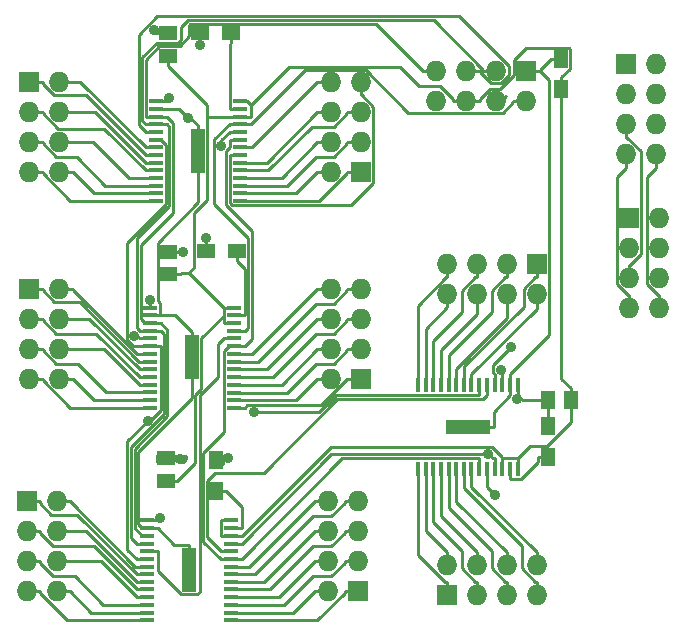
<source format=gtl>
%FSLAX46Y46*%
G04 Gerber Fmt 4.6, Leading zero omitted, Abs format (unit mm)*
G04 Created by KiCad (PCBNEW (2014-jul-16 BZR unknown)-product) date Tue 14 Oct 2014 06:58:31 PM EDT*
%MOMM*%
G01*
G04 APERTURE LIST*
%ADD10C,0.100000*%
%ADD11R,1.198880X1.501140*%
%ADD12R,1.727200X1.727200*%
%ADD13O,1.727200X1.727200*%
%ADD14R,1.501140X1.198880*%
%ADD15R,1.498600X1.300480*%
%ADD16R,1.300480X1.498600*%
%ADD17R,0.406400X1.270000*%
%ADD18R,3.780000X1.200000*%
%ADD19R,1.270000X0.406400*%
%ADD20R,1.200000X3.780000*%
%ADD21C,0.889000*%
%ADD22C,0.254000*%
G04 APERTURE END LIST*
D10*
D11*
X161750000Y-62199520D03*
X161750000Y-64800480D03*
D12*
X116730000Y-64190000D03*
D13*
X119270000Y-64190000D03*
X116730000Y-66730000D03*
X119270000Y-66730000D03*
X116730000Y-69270000D03*
X119270000Y-69270000D03*
X116730000Y-71810000D03*
X119270000Y-71810000D03*
D12*
X116730000Y-81690000D03*
D13*
X119270000Y-81690000D03*
X116730000Y-84230000D03*
X119270000Y-84230000D03*
X116730000Y-86770000D03*
X119270000Y-86770000D03*
X116730000Y-89310000D03*
X119270000Y-89310000D03*
D12*
X116480000Y-99690000D03*
D13*
X119020000Y-99690000D03*
X116480000Y-102230000D03*
X119020000Y-102230000D03*
X116480000Y-104770000D03*
X119020000Y-104770000D03*
X116480000Y-107310000D03*
X119020000Y-107310000D03*
D12*
X159685000Y-79605000D03*
D13*
X159685000Y-82145000D03*
X157145000Y-79605000D03*
X157145000Y-82145000D03*
X154605000Y-79605000D03*
X154605000Y-82145000D03*
X152065000Y-79605000D03*
X152065000Y-82145000D03*
D12*
X144770000Y-71810000D03*
D13*
X142230000Y-71810000D03*
X144770000Y-69270000D03*
X142230000Y-69270000D03*
X144770000Y-66730000D03*
X142230000Y-66730000D03*
X144770000Y-64190000D03*
X142230000Y-64190000D03*
D12*
X144770000Y-89310000D03*
D13*
X142230000Y-89310000D03*
X144770000Y-86770000D03*
X142230000Y-86770000D03*
X144770000Y-84230000D03*
X142230000Y-84230000D03*
X144770000Y-81690000D03*
X142230000Y-81690000D03*
D12*
X144520000Y-107310000D03*
D13*
X141980000Y-107310000D03*
X144520000Y-104770000D03*
X141980000Y-104770000D03*
X144520000Y-102230000D03*
X141980000Y-102230000D03*
X144520000Y-99690000D03*
X141980000Y-99690000D03*
D12*
X152065000Y-107645000D03*
D13*
X152065000Y-105105000D03*
X154605000Y-107645000D03*
X154605000Y-105105000D03*
X157145000Y-107645000D03*
X157145000Y-105105000D03*
X159685000Y-107645000D03*
X159685000Y-105105000D03*
D14*
X131199520Y-60000000D03*
X133800480Y-60000000D03*
X131699520Y-78500000D03*
X134300480Y-78500000D03*
D11*
X132500000Y-96199520D03*
X132500000Y-98800480D03*
X160625000Y-93324520D03*
X160625000Y-95925480D03*
D15*
X128500000Y-60047500D03*
X128500000Y-61952500D03*
X128500000Y-78547500D03*
X128500000Y-80452500D03*
X128250000Y-96047500D03*
X128250000Y-97952500D03*
D16*
X160672500Y-91125000D03*
X162577500Y-91125000D03*
D12*
X167230000Y-62690000D03*
D13*
X169770000Y-62690000D03*
X167230000Y-65230000D03*
X169770000Y-65230000D03*
X167230000Y-67770000D03*
X169770000Y-67770000D03*
X167230000Y-70310000D03*
X169770000Y-70310000D03*
D12*
X167480000Y-75690000D03*
D13*
X170020000Y-75690000D03*
X167480000Y-78230000D03*
X170020000Y-78230000D03*
X167480000Y-80770000D03*
X170020000Y-80770000D03*
X167480000Y-83310000D03*
X170020000Y-83310000D03*
D12*
X158810000Y-63230000D03*
D13*
X158810000Y-65770000D03*
X156270000Y-63230000D03*
X156270000Y-65770000D03*
X153730000Y-63230000D03*
X153730000Y-65770000D03*
X151190000Y-63230000D03*
X151190000Y-65770000D03*
D17*
X158066000Y-89819000D03*
X157431000Y-89819000D03*
X156770600Y-89819000D03*
X156110200Y-89819000D03*
X155475200Y-89819000D03*
X154814800Y-89819000D03*
X154154400Y-89819000D03*
X153519400Y-89819000D03*
X152859000Y-89819000D03*
X152224000Y-89819000D03*
X151563600Y-89819000D03*
X150903200Y-89819000D03*
X150268200Y-89819000D03*
X149607800Y-89819000D03*
X149607800Y-96931000D03*
X150268200Y-96931000D03*
X150877800Y-96931000D03*
X151563600Y-96931000D03*
X152224000Y-96931000D03*
X152859000Y-96931000D03*
X153519400Y-96931000D03*
X154154400Y-96931000D03*
X154814800Y-96931000D03*
X155475200Y-96931000D03*
X156110200Y-96931000D03*
X156770600Y-96931000D03*
X157431000Y-96931000D03*
X158066000Y-96931000D03*
D18*
X153875000Y-93375000D03*
D19*
X126694000Y-101309000D03*
X126694000Y-101944000D03*
X126694000Y-102604400D03*
X126694000Y-103264800D03*
X126694000Y-103899800D03*
X126694000Y-104560200D03*
X126694000Y-105220600D03*
X126694000Y-105855600D03*
X126694000Y-106516000D03*
X126694000Y-107151000D03*
X126694000Y-107811400D03*
X126694000Y-108471800D03*
X126694000Y-109106800D03*
X126694000Y-109767200D03*
X133806000Y-109767200D03*
X133806000Y-109106800D03*
X133806000Y-108497200D03*
X133806000Y-107811400D03*
X133806000Y-107151000D03*
X133806000Y-106516000D03*
X133806000Y-105855600D03*
X133806000Y-105220600D03*
X133806000Y-104560200D03*
X133806000Y-103899800D03*
X133806000Y-103264800D03*
X133806000Y-102604400D03*
X133806000Y-101944000D03*
X133806000Y-101309000D03*
D20*
X130250000Y-105500000D03*
D19*
X126944000Y-83309000D03*
X126944000Y-83944000D03*
X126944000Y-84604400D03*
X126944000Y-85264800D03*
X126944000Y-85899800D03*
X126944000Y-86560200D03*
X126944000Y-87220600D03*
X126944000Y-87855600D03*
X126944000Y-88516000D03*
X126944000Y-89151000D03*
X126944000Y-89811400D03*
X126944000Y-90471800D03*
X126944000Y-91106800D03*
X126944000Y-91767200D03*
X134056000Y-91767200D03*
X134056000Y-91106800D03*
X134056000Y-90497200D03*
X134056000Y-89811400D03*
X134056000Y-89151000D03*
X134056000Y-88516000D03*
X134056000Y-87855600D03*
X134056000Y-87220600D03*
X134056000Y-86560200D03*
X134056000Y-85899800D03*
X134056000Y-85264800D03*
X134056000Y-84604400D03*
X134056000Y-83944000D03*
X134056000Y-83309000D03*
D20*
X130500000Y-87500000D03*
D19*
X127444000Y-65809000D03*
X127444000Y-66444000D03*
X127444000Y-67104400D03*
X127444000Y-67764800D03*
X127444000Y-68399800D03*
X127444000Y-69060200D03*
X127444000Y-69720600D03*
X127444000Y-70355600D03*
X127444000Y-71016000D03*
X127444000Y-71651000D03*
X127444000Y-72311400D03*
X127444000Y-72971800D03*
X127444000Y-73606800D03*
X127444000Y-74267200D03*
X134556000Y-74267200D03*
X134556000Y-73606800D03*
X134556000Y-72997200D03*
X134556000Y-72311400D03*
X134556000Y-71651000D03*
X134556000Y-71016000D03*
X134556000Y-70355600D03*
X134556000Y-69720600D03*
X134556000Y-69060200D03*
X134556000Y-68399800D03*
X134556000Y-67764800D03*
X134556000Y-67104400D03*
X134556000Y-66444000D03*
X134556000Y-65809000D03*
D20*
X131000000Y-70000000D03*
D21*
X133570800Y-95982100D03*
X158033500Y-90995000D03*
X131699500Y-77423600D03*
X129722800Y-78588600D03*
X127806400Y-101085600D03*
X131199500Y-61079400D03*
X128563500Y-65578500D03*
X127251900Y-59802700D03*
X129507700Y-96084400D03*
X126944000Y-82604500D03*
X130148000Y-67191900D03*
X156627300Y-88599900D03*
X157511200Y-86600300D03*
X125586400Y-85707900D03*
X132980800Y-69569900D03*
X155587500Y-95691400D03*
X156155100Y-99151100D03*
X135757700Y-92127100D03*
X126757100Y-92844300D03*
D22*
X133800500Y-60000000D02*
X133800500Y-60853400D01*
X134556000Y-66444000D02*
X133667000Y-66444000D01*
X133667000Y-66444000D02*
X133667000Y-60986900D01*
X133667000Y-60986900D02*
X133800500Y-60853400D01*
X134300500Y-78500000D02*
X134300500Y-79353400D01*
X134056000Y-83944000D02*
X134945000Y-83944000D01*
X134945000Y-83944000D02*
X134945000Y-79997900D01*
X134945000Y-79997900D02*
X134300500Y-79353400D01*
X132500000Y-98800500D02*
X133353400Y-98800500D01*
X133806000Y-101944000D02*
X134695000Y-101944000D01*
X134695000Y-101944000D02*
X134695000Y-100142100D01*
X134695000Y-100142100D02*
X133353400Y-98800500D01*
X160625000Y-95925500D02*
X159771600Y-95925500D01*
X157431000Y-96931000D02*
X157431000Y-97820000D01*
X157431000Y-97820000D02*
X158303800Y-97820000D01*
X158303800Y-97820000D02*
X159771600Y-96352200D01*
X159771600Y-96352200D02*
X159771600Y-95925500D01*
X127444000Y-69720600D02*
X126555000Y-69720600D01*
X126555000Y-69720600D02*
X121024400Y-64190000D01*
X121024400Y-64190000D02*
X119270000Y-64190000D01*
X116730000Y-64190000D02*
X117847600Y-64190000D01*
X127444000Y-70355600D02*
X126555000Y-70355600D01*
X126555000Y-70355600D02*
X121507000Y-65307600D01*
X121507000Y-65307600D02*
X118825400Y-65307600D01*
X118825400Y-65307600D02*
X117847600Y-64329800D01*
X117847600Y-64329800D02*
X117847600Y-64190000D01*
X119270000Y-66730000D02*
X122269000Y-66730000D01*
X122269000Y-66730000D02*
X126555000Y-71016000D01*
X127444000Y-71016000D02*
X126555000Y-71016000D01*
X117847600Y-66730000D02*
X117847600Y-66845800D01*
X117847600Y-66845800D02*
X119151600Y-68149800D01*
X119151600Y-68149800D02*
X123053800Y-68149800D01*
X123053800Y-68149800D02*
X126555000Y-71651000D01*
X116730000Y-66730000D02*
X117847600Y-66730000D01*
X127444000Y-71651000D02*
X126555000Y-71651000D01*
X127444000Y-72311400D02*
X125116400Y-72311400D01*
X125116400Y-72311400D02*
X122075000Y-69270000D01*
X122075000Y-69270000D02*
X119270000Y-69270000D01*
X116730000Y-69270000D02*
X117847600Y-69270000D01*
X127444000Y-72971800D02*
X123144600Y-72971800D01*
X123144600Y-72971800D02*
X120712800Y-70540000D01*
X120712800Y-70540000D02*
X119001800Y-70540000D01*
X119001800Y-70540000D02*
X117847600Y-69385800D01*
X117847600Y-69385800D02*
X117847600Y-69270000D01*
X119270000Y-71810000D02*
X120387600Y-71810000D01*
X127444000Y-73606800D02*
X122184400Y-73606800D01*
X122184400Y-73606800D02*
X120387600Y-71810000D01*
X116730000Y-71810000D02*
X117847600Y-71810000D01*
X127444000Y-74267200D02*
X120189000Y-74267200D01*
X120189000Y-74267200D02*
X117847600Y-71925800D01*
X117847600Y-71925800D02*
X117847600Y-71810000D01*
X120387600Y-81690000D02*
X120387600Y-81816400D01*
X120387600Y-81816400D02*
X125791800Y-87220600D01*
X125791800Y-87220600D02*
X126055000Y-87220600D01*
X119270000Y-81690000D02*
X120387600Y-81690000D01*
X126944000Y-87220600D02*
X126055000Y-87220600D01*
X116730000Y-81690000D02*
X117847600Y-81690000D01*
X126944000Y-87855600D02*
X126031100Y-87855600D01*
X126031100Y-87855600D02*
X120983100Y-82807600D01*
X120983100Y-82807600D02*
X118825400Y-82807600D01*
X118825400Y-82807600D02*
X117847600Y-81829800D01*
X117847600Y-81829800D02*
X117847600Y-81690000D01*
X126944000Y-88516000D02*
X126055000Y-88516000D01*
X126055000Y-88516000D02*
X121769000Y-84230000D01*
X121769000Y-84230000D02*
X119270000Y-84230000D01*
X117847600Y-84230000D02*
X117847600Y-84345800D01*
X117847600Y-84345800D02*
X119001800Y-85500000D01*
X119001800Y-85500000D02*
X122404000Y-85500000D01*
X122404000Y-85500000D02*
X126055000Y-89151000D01*
X116730000Y-84230000D02*
X117847600Y-84230000D01*
X126944000Y-89151000D02*
X126055000Y-89151000D01*
X119270000Y-86770000D02*
X123013600Y-86770000D01*
X123013600Y-86770000D02*
X126055000Y-89811400D01*
X126944000Y-89811400D02*
X126055000Y-89811400D01*
X116730000Y-86770000D02*
X117847600Y-86770000D01*
X126944000Y-90471800D02*
X123227800Y-90471800D01*
X123227800Y-90471800D02*
X120796000Y-88040000D01*
X120796000Y-88040000D02*
X119001800Y-88040000D01*
X119001800Y-88040000D02*
X117847600Y-86885800D01*
X117847600Y-86885800D02*
X117847600Y-86770000D01*
X119270000Y-89310000D02*
X120387600Y-89310000D01*
X126944000Y-91106800D02*
X122184400Y-91106800D01*
X122184400Y-91106800D02*
X120387600Y-89310000D01*
X116730000Y-89310000D02*
X117847600Y-89310000D01*
X126944000Y-91767200D02*
X120189000Y-91767200D01*
X120189000Y-91767200D02*
X117847600Y-89425800D01*
X117847600Y-89425800D02*
X117847600Y-89310000D01*
X126694000Y-105220600D02*
X125668200Y-105220600D01*
X125668200Y-105220600D02*
X120137600Y-99690000D01*
X119020000Y-99690000D02*
X120137600Y-99690000D01*
X116480000Y-99690000D02*
X117597600Y-99690000D01*
X126694000Y-105855600D02*
X125805000Y-105855600D01*
X125805000Y-105855600D02*
X120757000Y-100807600D01*
X120757000Y-100807600D02*
X118575400Y-100807600D01*
X118575400Y-100807600D02*
X117597600Y-99829800D01*
X117597600Y-99829800D02*
X117597600Y-99690000D01*
X126694000Y-106516000D02*
X125805000Y-106516000D01*
X125805000Y-106516000D02*
X121519000Y-102230000D01*
X121519000Y-102230000D02*
X119020000Y-102230000D01*
X116480000Y-102230000D02*
X117597600Y-102230000D01*
X126694000Y-107151000D02*
X125805000Y-107151000D01*
X125805000Y-107151000D02*
X122154000Y-103500000D01*
X122154000Y-103500000D02*
X118751800Y-103500000D01*
X118751800Y-103500000D02*
X117597600Y-102345800D01*
X117597600Y-102345800D02*
X117597600Y-102230000D01*
X119020000Y-104770000D02*
X122763600Y-104770000D01*
X122763600Y-104770000D02*
X125805000Y-107811400D01*
X126694000Y-107811400D02*
X125805000Y-107811400D01*
X116480000Y-104770000D02*
X117597600Y-104770000D01*
X126694000Y-108471800D02*
X122977800Y-108471800D01*
X122977800Y-108471800D02*
X120546000Y-106040000D01*
X120546000Y-106040000D02*
X118751800Y-106040000D01*
X118751800Y-106040000D02*
X117597600Y-104885800D01*
X117597600Y-104885800D02*
X117597600Y-104770000D01*
X119020000Y-107310000D02*
X120137600Y-107310000D01*
X126694000Y-109106800D02*
X121934400Y-109106800D01*
X121934400Y-109106800D02*
X120137600Y-107310000D01*
X116480000Y-107310000D02*
X117597600Y-107310000D01*
X126694000Y-109767200D02*
X119939000Y-109767200D01*
X119939000Y-109767200D02*
X117597600Y-107425800D01*
X117597600Y-107425800D02*
X117597600Y-107310000D01*
X159685000Y-82145000D02*
X159685000Y-83399400D01*
X159685000Y-83399400D02*
X154154400Y-88930000D01*
X154154400Y-89819000D02*
X154154400Y-88930000D01*
X159685000Y-80722600D02*
X159545200Y-80722600D01*
X159545200Y-80722600D02*
X158567400Y-81700400D01*
X158567400Y-81700400D02*
X158567400Y-83191200D01*
X158567400Y-83191200D02*
X153519400Y-88239200D01*
X153519400Y-88239200D02*
X153519400Y-89819000D01*
X159685000Y-79605000D02*
X159685000Y-80722600D01*
X157145000Y-82145000D02*
X157145000Y-84169300D01*
X157145000Y-84169300D02*
X152859000Y-88455300D01*
X152859000Y-88455300D02*
X152859000Y-89819000D01*
X157145000Y-79605000D02*
X157145000Y-80722600D01*
X152224000Y-89819000D02*
X152224000Y-87322000D01*
X152224000Y-87322000D02*
X155875000Y-83671000D01*
X155875000Y-83671000D02*
X155875000Y-81876800D01*
X155875000Y-81876800D02*
X157029200Y-80722600D01*
X157029200Y-80722600D02*
X157145000Y-80722600D01*
X151563600Y-89819000D02*
X151563600Y-86852400D01*
X151563600Y-86852400D02*
X154605000Y-83811000D01*
X154605000Y-83811000D02*
X154605000Y-82145000D01*
X154605000Y-79605000D02*
X154605000Y-80722600D01*
X150903200Y-89819000D02*
X150903200Y-86102800D01*
X150903200Y-86102800D02*
X153335000Y-83671000D01*
X153335000Y-83671000D02*
X153335000Y-81876800D01*
X153335000Y-81876800D02*
X154489200Y-80722600D01*
X154489200Y-80722600D02*
X154605000Y-80722600D01*
X152065000Y-82145000D02*
X152065000Y-83262600D01*
X150268200Y-89819000D02*
X150268200Y-85059400D01*
X150268200Y-85059400D02*
X152065000Y-83262600D01*
X149607800Y-89819000D02*
X149607800Y-83111800D01*
X149607800Y-83111800D02*
X151997000Y-80722600D01*
X151997000Y-80722600D02*
X152065000Y-80722600D01*
X152065000Y-79605000D02*
X152065000Y-80722600D01*
X143652400Y-71810000D02*
X143652400Y-71854500D01*
X143652400Y-71854500D02*
X141239700Y-74267200D01*
X141239700Y-74267200D02*
X134556000Y-74267200D01*
X144770000Y-71810000D02*
X143652400Y-71810000D01*
X142230000Y-71810000D02*
X141112400Y-71810000D01*
X134556000Y-73606800D02*
X139315600Y-73606800D01*
X139315600Y-73606800D02*
X141112400Y-71810000D01*
X143652400Y-69270000D02*
X143652400Y-69385800D01*
X143652400Y-69385800D02*
X142498200Y-70540000D01*
X142498200Y-70540000D02*
X141010400Y-70540000D01*
X141010400Y-70540000D02*
X138553200Y-72997200D01*
X138553200Y-72997200D02*
X134556000Y-72997200D01*
X144770000Y-69270000D02*
X143652400Y-69270000D01*
X141112400Y-69270000D02*
X138071000Y-72311400D01*
X138071000Y-72311400D02*
X134556000Y-72311400D01*
X142230000Y-69270000D02*
X141112400Y-69270000D01*
X143652400Y-66730000D02*
X143652400Y-66845800D01*
X143652400Y-66845800D02*
X142498200Y-68000000D01*
X142498200Y-68000000D02*
X140615000Y-68000000D01*
X140615000Y-68000000D02*
X136964000Y-71651000D01*
X136964000Y-71651000D02*
X134556000Y-71651000D01*
X144770000Y-66730000D02*
X143652400Y-66730000D01*
X141112400Y-66730000D02*
X136826400Y-71016000D01*
X136826400Y-71016000D02*
X134556000Y-71016000D01*
X142230000Y-66730000D02*
X141112400Y-66730000D01*
X144770000Y-64190000D02*
X144770000Y-65307600D01*
X134556000Y-70355600D02*
X133667000Y-70355600D01*
X133667000Y-70355600D02*
X133667000Y-74432300D01*
X133667000Y-74432300D02*
X133873500Y-74638800D01*
X133873500Y-74638800D02*
X143910500Y-74638800D01*
X143910500Y-74638800D02*
X145813500Y-72735800D01*
X145813500Y-72735800D02*
X145813500Y-66276900D01*
X145813500Y-66276900D02*
X144844200Y-65307600D01*
X144844200Y-65307600D02*
X144770000Y-65307600D01*
X142230000Y-64190000D02*
X141112400Y-64190000D01*
X134556000Y-69720600D02*
X135581800Y-69720600D01*
X135581800Y-69720600D02*
X141112400Y-64190000D01*
X144770000Y-89310000D02*
X143652400Y-89310000D01*
X134056000Y-91767200D02*
X134945000Y-91767200D01*
X134945000Y-91767200D02*
X135182300Y-91529900D01*
X135182300Y-91529900D02*
X141447500Y-91529900D01*
X141447500Y-91529900D02*
X143652400Y-89325000D01*
X143652400Y-89325000D02*
X143652400Y-89310000D01*
X142230000Y-89310000D02*
X141112400Y-89310000D01*
X134056000Y-91106800D02*
X139315600Y-91106800D01*
X139315600Y-91106800D02*
X141112400Y-89310000D01*
X144770000Y-86770000D02*
X143652400Y-86770000D01*
X134056000Y-90497200D02*
X138553200Y-90497200D01*
X138553200Y-90497200D02*
X141010400Y-88040000D01*
X141010400Y-88040000D02*
X142498200Y-88040000D01*
X142498200Y-88040000D02*
X143652400Y-86885800D01*
X143652400Y-86885800D02*
X143652400Y-86770000D01*
X141112400Y-86770000D02*
X138071000Y-89811400D01*
X138071000Y-89811400D02*
X134056000Y-89811400D01*
X142230000Y-86770000D02*
X141112400Y-86770000D01*
X144770000Y-84230000D02*
X143652400Y-84230000D01*
X134056000Y-89151000D02*
X137359400Y-89151000D01*
X137359400Y-89151000D02*
X141010400Y-85500000D01*
X141010400Y-85500000D02*
X142498200Y-85500000D01*
X142498200Y-85500000D02*
X143652400Y-84345800D01*
X143652400Y-84345800D02*
X143652400Y-84230000D01*
X141112400Y-84230000D02*
X136826400Y-88516000D01*
X136826400Y-88516000D02*
X134056000Y-88516000D01*
X142230000Y-84230000D02*
X141112400Y-84230000D01*
X144770000Y-81690000D02*
X143652400Y-81690000D01*
X134056000Y-87855600D02*
X136114800Y-87855600D01*
X136114800Y-87855600D02*
X141010400Y-82960000D01*
X141010400Y-82960000D02*
X142498200Y-82960000D01*
X142498200Y-82960000D02*
X143652400Y-81805800D01*
X143652400Y-81805800D02*
X143652400Y-81690000D01*
X141112400Y-81690000D02*
X135581800Y-87220600D01*
X135581800Y-87220600D02*
X134056000Y-87220600D01*
X142230000Y-81690000D02*
X141112400Y-81690000D01*
X144520000Y-107310000D02*
X143402400Y-107310000D01*
X133806000Y-109767200D02*
X141084900Y-109767200D01*
X141084900Y-109767200D02*
X143402400Y-107449700D01*
X143402400Y-107449700D02*
X143402400Y-107310000D01*
X140862000Y-107310000D02*
X139065200Y-109106800D01*
X139065200Y-109106800D02*
X133806000Y-109106800D01*
X141980000Y-107310000D02*
X140862000Y-107310000D01*
X144520000Y-104770000D02*
X143402400Y-104770000D01*
X133806000Y-108497200D02*
X138303200Y-108497200D01*
X138303200Y-108497200D02*
X140760400Y-106040000D01*
X140760400Y-106040000D02*
X142248200Y-106040000D01*
X142248200Y-106040000D02*
X143402400Y-104885800D01*
X143402400Y-104885800D02*
X143402400Y-104770000D01*
X140862400Y-104770000D02*
X137821000Y-107811400D01*
X137821000Y-107811400D02*
X133806000Y-107811400D01*
X141980000Y-104770000D02*
X140862400Y-104770000D01*
X144520000Y-102230000D02*
X143402400Y-102230000D01*
X133806000Y-107151000D02*
X137109400Y-107151000D01*
X137109400Y-107151000D02*
X140760400Y-103500000D01*
X140760400Y-103500000D02*
X142248200Y-103500000D01*
X142248200Y-103500000D02*
X143402400Y-102345800D01*
X143402400Y-102345800D02*
X143402400Y-102230000D01*
X140862400Y-102230000D02*
X136576400Y-106516000D01*
X136576400Y-106516000D02*
X133806000Y-106516000D01*
X141980000Y-102230000D02*
X140862400Y-102230000D01*
X144520000Y-99690000D02*
X143402400Y-99690000D01*
X133806000Y-105855600D02*
X135864800Y-105855600D01*
X135864800Y-105855600D02*
X140760400Y-100960000D01*
X140760400Y-100960000D02*
X142248200Y-100960000D01*
X142248200Y-100960000D02*
X143402400Y-99805800D01*
X143402400Y-99805800D02*
X143402400Y-99690000D01*
X141980000Y-99690000D02*
X140862400Y-99690000D01*
X133806000Y-105220600D02*
X135331800Y-105220600D01*
X135331800Y-105220600D02*
X140862400Y-99690000D01*
X152065000Y-107645000D02*
X152065000Y-106527400D01*
X149607800Y-96931000D02*
X149607800Y-104209900D01*
X149607800Y-104209900D02*
X151925300Y-106527400D01*
X151925300Y-106527400D02*
X152065000Y-106527400D01*
X152065000Y-105105000D02*
X152065000Y-103987400D01*
X150268200Y-96931000D02*
X150268200Y-102190600D01*
X150268200Y-102190600D02*
X152065000Y-103987400D01*
X154605000Y-106527400D02*
X154489200Y-106527400D01*
X154489200Y-106527400D02*
X153335000Y-105373200D01*
X153335000Y-105373200D02*
X153335000Y-103885300D01*
X153335000Y-103885300D02*
X150877800Y-101428100D01*
X150877800Y-101428100D02*
X150877800Y-96931000D01*
X154605000Y-107645000D02*
X154605000Y-106527400D01*
X154605000Y-103987400D02*
X151563600Y-100946000D01*
X151563600Y-100946000D02*
X151563600Y-96931000D01*
X154605000Y-105105000D02*
X154605000Y-103987400D01*
X157145000Y-107645000D02*
X157145000Y-106527400D01*
X152224000Y-96931000D02*
X152224000Y-100234300D01*
X152224000Y-100234300D02*
X155875000Y-103885300D01*
X155875000Y-103885300D02*
X155875000Y-105373200D01*
X155875000Y-105373200D02*
X157029200Y-106527400D01*
X157029200Y-106527400D02*
X157145000Y-106527400D01*
X157145000Y-103987400D02*
X152859000Y-99701400D01*
X152859000Y-99701400D02*
X152859000Y-96931000D01*
X157145000Y-105105000D02*
X157145000Y-103987400D01*
X159685000Y-106527400D02*
X159569200Y-106527400D01*
X159569200Y-106527400D02*
X158415000Y-105373200D01*
X158415000Y-105373200D02*
X158415000Y-103489900D01*
X158415000Y-103489900D02*
X153519400Y-98594300D01*
X153519400Y-98594300D02*
X153519400Y-96931000D01*
X159685000Y-107645000D02*
X159685000Y-106527400D01*
X159685000Y-103987400D02*
X154154400Y-98456800D01*
X154154400Y-98456800D02*
X154154400Y-96931000D01*
X159685000Y-105105000D02*
X159685000Y-103987400D01*
X133570800Y-95982100D02*
X133353400Y-96199500D01*
X132500000Y-96199500D02*
X133353400Y-96199500D01*
X158033500Y-90995000D02*
X158193300Y-90835200D01*
X158193300Y-90835200D02*
X158066000Y-90708000D01*
X160672500Y-91125000D02*
X158483000Y-91125000D01*
X158483000Y-91125000D02*
X158193300Y-90835200D01*
X160625000Y-93324500D02*
X160625000Y-92319900D01*
X160625000Y-92319900D02*
X160672500Y-92272400D01*
X160672500Y-92272400D02*
X160672500Y-91125000D01*
X158066000Y-89819000D02*
X158066000Y-90708000D01*
X131699500Y-77423600D02*
X131699500Y-78500000D01*
X129722800Y-78588600D02*
X129544400Y-78588600D01*
X129544400Y-78588600D02*
X129503300Y-78547500D01*
X128500000Y-78547500D02*
X129503300Y-78547500D01*
X127583000Y-101309000D02*
X127806400Y-101085600D01*
X126694000Y-101309000D02*
X127583000Y-101309000D01*
X131199500Y-61079400D02*
X131199500Y-60000000D01*
X128563500Y-65578500D02*
X128333000Y-65809000D01*
X127444000Y-65809000D02*
X128333000Y-65809000D01*
X127496700Y-60047500D02*
X127251900Y-59802700D01*
X128500000Y-60047500D02*
X127496700Y-60047500D01*
X129507700Y-96084400D02*
X129290200Y-96084400D01*
X129290200Y-96084400D02*
X129253300Y-96047500D01*
X128250000Y-96047500D02*
X129253300Y-96047500D01*
X126944000Y-83309000D02*
X126944000Y-82604500D01*
X130250000Y-105500000D02*
X130250000Y-103356000D01*
X126694000Y-101944000D02*
X127583000Y-101944000D01*
X127583000Y-101944000D02*
X128995000Y-103356000D01*
X128995000Y-103356000D02*
X130250000Y-103356000D01*
X130500000Y-89644000D02*
X130476700Y-89667300D01*
X130476700Y-89667300D02*
X130476700Y-90917800D01*
X130476700Y-90917800D02*
X125906300Y-95488200D01*
X125906300Y-95488200D02*
X125906300Y-101575400D01*
X125906300Y-101575400D02*
X126274900Y-101944000D01*
X126274900Y-101944000D02*
X126694000Y-101944000D01*
X130500000Y-87500000D02*
X130500000Y-89644000D01*
X157431000Y-89819000D02*
X157431000Y-88930000D01*
X157431000Y-88930000D02*
X160730200Y-85630800D01*
X160730200Y-85630800D02*
X160730200Y-64032600D01*
X160730200Y-64032600D02*
X159927600Y-63230000D01*
X157431000Y-90178300D02*
X157431000Y-89819000D01*
X157431000Y-90178300D02*
X157431000Y-90708000D01*
X158810000Y-63230000D02*
X159927600Y-63230000D01*
X161750000Y-62199500D02*
X160896600Y-62199500D01*
X159927600Y-63230000D02*
X159927600Y-63168500D01*
X159927600Y-63168500D02*
X160896600Y-62199500D01*
X153875000Y-93375000D02*
X156019000Y-93375000D01*
X157431000Y-90708000D02*
X156019000Y-92120000D01*
X156019000Y-92120000D02*
X156019000Y-93375000D01*
X127772700Y-83883700D02*
X127712400Y-83944000D01*
X131000000Y-72144000D02*
X131000000Y-74384500D01*
X131000000Y-74384500D02*
X127594500Y-77790000D01*
X127594500Y-77790000D02*
X127594500Y-82716400D01*
X127594500Y-82716400D02*
X127772700Y-82894600D01*
X127772700Y-82894600D02*
X127772700Y-83883700D01*
X127772700Y-83883700D02*
X129027700Y-83883700D01*
X129027700Y-83883700D02*
X130500000Y-85356000D01*
X130500000Y-87500000D02*
X130500000Y-85356000D01*
X130148000Y-67191900D02*
X129400100Y-66444000D01*
X129400100Y-66444000D02*
X127444000Y-66444000D01*
X130148000Y-67191900D02*
X130335900Y-67191900D01*
X130335900Y-67191900D02*
X131000000Y-67856000D01*
X131000000Y-70000000D02*
X131000000Y-72144000D01*
X126944000Y-83944000D02*
X127712400Y-83944000D01*
X131000000Y-68928000D02*
X131000000Y-70000000D01*
X131000000Y-68928000D02*
X131000000Y-67856000D01*
X126287000Y-102604000D02*
X125626600Y-101943600D01*
X125626600Y-101943600D02*
X125626600Y-95214900D01*
X125626600Y-95214900D02*
X128392400Y-92449100D01*
X128392400Y-92449100D02*
X128392400Y-85163800D01*
X128392400Y-85163800D02*
X127833000Y-84604400D01*
X156627300Y-88599900D02*
X156770600Y-88743200D01*
X156770600Y-88743200D02*
X156770600Y-89819000D01*
X126944000Y-84604400D02*
X127833000Y-84604400D01*
X126693600Y-102604000D02*
X126287000Y-102604000D01*
X126693600Y-102604000D02*
X126694000Y-102604400D01*
X126694000Y-102604000D02*
X126693600Y-102604000D01*
X126944000Y-84604400D02*
X126518000Y-84604400D01*
X127444000Y-67104400D02*
X128333000Y-67104400D01*
X126518000Y-84604400D02*
X126156300Y-84242700D01*
X126156300Y-84242700D02*
X126156300Y-78008800D01*
X126156300Y-78008800D02*
X128848800Y-75316300D01*
X128848800Y-75316300D02*
X128848800Y-67620200D01*
X128848800Y-67620200D02*
X128333000Y-67104400D01*
X151190000Y-63230000D02*
X150072400Y-63230000D01*
X127444000Y-67104400D02*
X126555000Y-67104400D01*
X126555000Y-67104400D02*
X126555000Y-62280700D01*
X126555000Y-62280700D02*
X127695700Y-61140000D01*
X127695700Y-61140000D02*
X129454000Y-61140000D01*
X129454000Y-61140000D02*
X130273000Y-60321000D01*
X130273000Y-60321000D02*
X130273000Y-59322100D01*
X130273000Y-59322100D02*
X130347300Y-59247800D01*
X130347300Y-59247800D02*
X146090200Y-59247800D01*
X146090200Y-59247800D02*
X150072400Y-63230000D01*
X125805000Y-103264800D02*
X125346900Y-102806700D01*
X125346900Y-102806700D02*
X125346900Y-95099100D01*
X125346900Y-95099100D02*
X128112700Y-92333300D01*
X128112700Y-92333300D02*
X128112700Y-85544500D01*
X128112700Y-85544500D02*
X127833000Y-85264800D01*
X156110200Y-89819000D02*
X156110200Y-88930000D01*
X126694000Y-103264800D02*
X125805000Y-103264800D01*
X126944000Y-85264800D02*
X127833000Y-85264800D01*
X126559300Y-85264800D02*
X126944000Y-85264800D01*
X157511200Y-86600300D02*
X155990200Y-88121300D01*
X155990200Y-88121300D02*
X155990200Y-88810000D01*
X155990200Y-88810000D02*
X156110200Y-88930000D01*
X126559300Y-85264800D02*
X126055000Y-85264800D01*
X126555000Y-67764800D02*
X126261500Y-67471300D01*
X126261500Y-67471300D02*
X126261500Y-62107700D01*
X126261500Y-62107700D02*
X127518700Y-60850500D01*
X127518700Y-60850500D02*
X129336200Y-60850500D01*
X129336200Y-60850500D02*
X129569500Y-60617200D01*
X129569500Y-60617200D02*
X129569500Y-59555600D01*
X129569500Y-59555600D02*
X130162100Y-58963000D01*
X130162100Y-58963000D02*
X150977300Y-58963000D01*
X150977300Y-58963000D02*
X155152400Y-63138100D01*
X155152400Y-63138100D02*
X155152400Y-63230000D01*
X128333000Y-67764800D02*
X128542800Y-67974600D01*
X128542800Y-67974600D02*
X128542800Y-74669100D01*
X128542800Y-74669100D02*
X125834400Y-77377500D01*
X125834400Y-77377500D02*
X125834400Y-85044200D01*
X125834400Y-85044200D02*
X126055000Y-85264800D01*
X127444000Y-67764800D02*
X126555000Y-67764800D01*
X156270000Y-63230000D02*
X155152400Y-63230000D01*
X127444000Y-67764800D02*
X128333000Y-67764800D01*
X153730000Y-63230000D02*
X154847600Y-63230000D01*
X127444000Y-68399800D02*
X126555000Y-68399800D01*
X126555000Y-68399800D02*
X125967000Y-67811800D01*
X125967000Y-67811800D02*
X125967000Y-60221800D01*
X125967000Y-60221800D02*
X127563400Y-58625400D01*
X127563400Y-58625400D02*
X153129900Y-58625400D01*
X153129900Y-58625400D02*
X157326300Y-62821800D01*
X157326300Y-62821800D02*
X157326300Y-63615100D01*
X157326300Y-63615100D02*
X156657800Y-64283600D01*
X156657800Y-64283600D02*
X155773200Y-64283600D01*
X155773200Y-64283600D02*
X154847600Y-63358000D01*
X154847600Y-63358000D02*
X154847600Y-63230000D01*
X133806000Y-104560200D02*
X132917000Y-104560200D01*
X133647000Y-86560200D02*
X133220700Y-86986500D01*
X133220700Y-86986500D02*
X133220700Y-93819200D01*
X133220700Y-93819200D02*
X131460500Y-95579400D01*
X131460500Y-95579400D02*
X131460500Y-103103700D01*
X131460500Y-103103700D02*
X132917000Y-104560200D01*
X133647000Y-86560200D02*
X134056000Y-86560200D01*
X134945000Y-86560200D02*
X135540600Y-85964600D01*
X135540600Y-85964600D02*
X135540600Y-76768600D01*
X135540600Y-76768600D02*
X133385000Y-74613000D01*
X133385000Y-74613000D02*
X133385000Y-70010300D01*
X133385000Y-70010300D02*
X133667000Y-69728300D01*
X133667000Y-69728300D02*
X133667000Y-69060200D01*
X134695000Y-104560200D02*
X143213200Y-96042000D01*
X143213200Y-96042000D02*
X154814800Y-96042000D01*
X134556000Y-69060200D02*
X133667000Y-69060200D01*
X134056000Y-86560200D02*
X134945000Y-86560200D01*
X133806000Y-104560200D02*
X134695000Y-104560200D01*
X154814800Y-96931000D02*
X154814800Y-96042000D01*
X134556000Y-68399800D02*
X133667000Y-68399800D01*
X126944000Y-85899800D02*
X126055000Y-85899800D01*
X125586400Y-85707900D02*
X125863100Y-85707900D01*
X125863100Y-85707900D02*
X126055000Y-85899800D01*
X133667000Y-68399800D02*
X132980800Y-69086000D01*
X132980800Y-69086000D02*
X132980800Y-69569900D01*
X134556000Y-67764800D02*
X133667000Y-67764800D01*
X133667000Y-67764800D02*
X132383600Y-69048200D01*
X132383600Y-69048200D02*
X132383600Y-74545200D01*
X132383600Y-74545200D02*
X135230200Y-77391800D01*
X135230200Y-77391800D02*
X135230200Y-84979600D01*
X135230200Y-84979600D02*
X134945000Y-85264800D01*
X135445000Y-67764800D02*
X140036600Y-63173200D01*
X140036600Y-63173200D02*
X145200300Y-63173200D01*
X145200300Y-63173200D02*
X148815500Y-66788400D01*
X148815500Y-66788400D02*
X156801400Y-66788400D01*
X156801400Y-66788400D02*
X157692400Y-65897400D01*
X157692400Y-65897400D02*
X157692400Y-65770000D01*
X134695000Y-103264800D02*
X142268400Y-95691400D01*
X142268400Y-95691400D02*
X155587500Y-95691400D01*
X134556000Y-67764800D02*
X135445000Y-67764800D01*
X134056000Y-85264800D02*
X134945000Y-85264800D01*
X133806000Y-103264800D02*
X134695000Y-103264800D01*
X156110200Y-96931000D02*
X156110200Y-96042000D01*
X155587500Y-95691400D02*
X155938100Y-96042000D01*
X155938100Y-96042000D02*
X156110200Y-96042000D01*
X158810000Y-65770000D02*
X157692400Y-65770000D01*
X126694000Y-103899800D02*
X127583000Y-103899800D01*
X134056000Y-85899800D02*
X133167000Y-85899800D01*
X133167000Y-85899800D02*
X132695400Y-86371400D01*
X132695400Y-86371400D02*
X132695400Y-89142600D01*
X132695400Y-89142600D02*
X131127400Y-90710600D01*
X131127400Y-90710600D02*
X131127400Y-107356500D01*
X131127400Y-107356500D02*
X130941100Y-107542800D01*
X130941100Y-107542800D02*
X129578800Y-107542800D01*
X129578800Y-107542800D02*
X127583000Y-105547000D01*
X127583000Y-105547000D02*
X127583000Y-103899800D01*
X155475200Y-89819000D02*
X155475200Y-90708000D01*
X133806000Y-103899800D02*
X132917000Y-103899800D01*
X132917000Y-103899800D02*
X131747800Y-102730600D01*
X131747800Y-102730600D02*
X131747800Y-97975600D01*
X131747800Y-97975600D02*
X132469800Y-97253600D01*
X132469800Y-97253600D02*
X136544700Y-97253600D01*
X136544700Y-97253600D02*
X142767700Y-91030600D01*
X142767700Y-91030600D02*
X155152600Y-91030600D01*
X155152600Y-91030600D02*
X155475200Y-90708000D01*
X155475200Y-96931000D02*
X155475200Y-98471200D01*
X155475200Y-98471200D02*
X156155100Y-99151100D01*
X133167000Y-83956700D02*
X131252700Y-85871000D01*
X131252700Y-85871000D02*
X131252700Y-90189600D01*
X131252700Y-90189600D02*
X130756400Y-90685900D01*
X130756400Y-90685900D02*
X130756400Y-96449400D01*
X130756400Y-96449400D02*
X129253300Y-97952500D01*
X128250000Y-97952500D02*
X129253300Y-97952500D01*
X133167000Y-83956700D02*
X133167000Y-84604400D01*
X133167000Y-84604400D02*
X134056000Y-84604400D01*
X133167000Y-83309000D02*
X133167000Y-83956700D01*
X135445000Y-66139000D02*
X135115000Y-65809000D01*
X135445000Y-67104400D02*
X135445000Y-66139000D01*
X135445000Y-66139000D02*
X138690600Y-62893400D01*
X138690600Y-62893400D02*
X148060600Y-62893400D01*
X148060600Y-62893400D02*
X149667200Y-64500000D01*
X149667200Y-64500000D02*
X151458200Y-64500000D01*
X151458200Y-64500000D02*
X152612400Y-65654200D01*
X152612400Y-65654200D02*
X152612400Y-65770000D01*
X153730000Y-65770000D02*
X152612400Y-65770000D01*
X162577500Y-91125000D02*
X162577500Y-90121700D01*
X161750000Y-64800500D02*
X161750000Y-89294200D01*
X161750000Y-89294200D02*
X162577500Y-90121700D01*
X161750000Y-64298200D02*
X161750000Y-64800500D01*
X161750000Y-64298200D02*
X161750000Y-63795900D01*
X133806000Y-102604000D02*
X134700600Y-102604000D01*
X134700600Y-102604000D02*
X142256100Y-95048500D01*
X142256100Y-95048500D02*
X155901800Y-95048500D01*
X155901800Y-95048500D02*
X156771000Y-95917700D01*
X156771000Y-95917700D02*
X156771000Y-96042000D01*
X156771000Y-96042000D02*
X156771000Y-96486500D01*
X158066000Y-96042000D02*
X156771000Y-96042000D01*
X133806000Y-102604400D02*
X133806000Y-102604000D01*
X153730000Y-65770000D02*
X154847600Y-65770000D01*
X154847600Y-65770000D02*
X154847600Y-65655600D01*
X154847600Y-65655600D02*
X155749600Y-64753600D01*
X155749600Y-64753600D02*
X156591300Y-64753600D01*
X156591300Y-64753600D02*
X157793600Y-63551300D01*
X157793600Y-63551300D02*
X157793600Y-62297200D01*
X157793600Y-62297200D02*
X158794700Y-61296100D01*
X158794700Y-61296100D02*
X162427900Y-61296100D01*
X162427900Y-61296100D02*
X162502200Y-61370400D01*
X162502200Y-61370400D02*
X162502200Y-63043700D01*
X162502200Y-63043700D02*
X161750000Y-63795900D01*
X158066000Y-96042000D02*
X159118900Y-94989100D01*
X159118900Y-94989100D02*
X160555800Y-94989100D01*
X160555800Y-94989100D02*
X162577500Y-92967400D01*
X162577500Y-92967400D02*
X162577500Y-91125000D01*
X133806000Y-101309000D02*
X132917000Y-101309000D01*
X132917000Y-101309000D02*
X132917000Y-102604000D01*
X132917000Y-102604000D02*
X133806000Y-102604000D01*
X158066000Y-96931000D02*
X158066000Y-96042000D01*
X134556000Y-67104400D02*
X135445000Y-67104400D01*
X131787900Y-67104400D02*
X134556000Y-67104400D01*
X130198900Y-80340900D02*
X130679900Y-79859900D01*
X130679900Y-79859900D02*
X130679900Y-75262900D01*
X130679900Y-75262900D02*
X131787900Y-74154900D01*
X131787900Y-74154900D02*
X131787900Y-67104400D01*
X133167000Y-83309000D02*
X130198900Y-80340900D01*
X130198900Y-80340900D02*
X129614900Y-80340900D01*
X129614900Y-80340900D02*
X129503300Y-80452500D01*
X134056000Y-83309000D02*
X133167000Y-83309000D01*
X128500000Y-62856700D02*
X131787900Y-66144600D01*
X131787900Y-66144600D02*
X131787900Y-67104400D01*
X128500000Y-80452500D02*
X129503300Y-80452500D01*
X156771000Y-96486500D02*
X156770600Y-96486900D01*
X156770600Y-96486900D02*
X156770600Y-96931000D01*
X156771000Y-96486500D02*
X156771000Y-96931000D01*
X128500000Y-61952500D02*
X128500000Y-62856700D01*
X134556000Y-65809000D02*
X135115000Y-65809000D01*
X167230000Y-67770000D02*
X167230000Y-68887600D01*
X167480000Y-80770000D02*
X167480000Y-79652400D01*
X167480000Y-79652400D02*
X167595300Y-79652400D01*
X167595300Y-79652400D02*
X168500000Y-78747700D01*
X168500000Y-78747700D02*
X168500000Y-70041800D01*
X168500000Y-70041800D02*
X167345800Y-68887600D01*
X167345800Y-68887600D02*
X167230000Y-68887600D01*
X167230000Y-70310000D02*
X167230000Y-71427600D01*
X167480000Y-83310000D02*
X167480000Y-82192400D01*
X167480000Y-82192400D02*
X167365600Y-82192400D01*
X167365600Y-82192400D02*
X166463600Y-81290400D01*
X166463600Y-81290400D02*
X166463600Y-72194000D01*
X166463600Y-72194000D02*
X167230000Y-71427600D01*
X169770000Y-70310000D02*
X169770000Y-71427600D01*
X170020000Y-83310000D02*
X170020000Y-82192400D01*
X170020000Y-82192400D02*
X169904800Y-82192400D01*
X169904800Y-82192400D02*
X169000700Y-81288300D01*
X169000700Y-81288300D02*
X169000700Y-72196900D01*
X169000700Y-72196900D02*
X169770000Y-71427600D01*
X127444000Y-69060200D02*
X127847100Y-69060200D01*
X127847100Y-69060200D02*
X128263100Y-69476200D01*
X128263100Y-69476200D02*
X128263100Y-74553100D01*
X128263100Y-74553100D02*
X124989200Y-77827000D01*
X124989200Y-77827000D02*
X124989200Y-86022500D01*
X124989200Y-86022500D02*
X125526900Y-86560200D01*
X125526900Y-86560200D02*
X126055000Y-86560200D01*
X126757100Y-92844300D02*
X125024800Y-94576600D01*
X125024800Y-94576600D02*
X125024800Y-103780000D01*
X125024800Y-103780000D02*
X125805000Y-104560200D01*
X126757100Y-92844300D02*
X126937100Y-92844300D01*
X126937100Y-92844300D02*
X127833000Y-91948400D01*
X127833000Y-91948400D02*
X127833000Y-86560200D01*
X126694000Y-104560200D02*
X125805000Y-104560200D01*
X154814800Y-89819000D02*
X154814800Y-90708000D01*
X135757700Y-92127100D02*
X141275500Y-92127100D01*
X141275500Y-92127100D02*
X142694600Y-90708000D01*
X142694600Y-90708000D02*
X154814800Y-90708000D01*
X126944000Y-86560200D02*
X127833000Y-86560200D01*
X126499500Y-86560200D02*
X126944000Y-86560200D01*
X126499500Y-86560200D02*
X126055000Y-86560200D01*
G36*
X129994400Y-96133769D02*
X129755549Y-96372620D01*
X129508639Y-96372620D01*
X128364736Y-95898800D01*
X128313250Y-95898800D01*
X127839430Y-96372620D01*
X127500700Y-96372620D01*
X127500700Y-95722380D01*
X127875350Y-95722380D01*
X127875350Y-95704275D01*
X127995310Y-95824235D01*
X129994400Y-95824235D01*
X129994400Y-96133769D01*
X129994400Y-96133769D01*
G37*
X129994400Y-96133769D02*
X129755549Y-96372620D01*
X129508639Y-96372620D01*
X128364736Y-95898800D01*
X128313250Y-95898800D01*
X127839430Y-96372620D01*
X127500700Y-96372620D01*
X127500700Y-95722380D01*
X127875350Y-95722380D01*
X127875350Y-95704275D01*
X127995310Y-95824235D01*
X129994400Y-95824235D01*
X129994400Y-96133769D01*
G36*
X133099440Y-96491600D02*
X133023529Y-96491600D01*
X132904550Y-96372620D01*
X132222500Y-96372620D01*
X132222500Y-95895030D01*
X132395150Y-95722380D01*
X132799720Y-95722380D01*
X132799720Y-95824235D01*
X133099440Y-95824235D01*
X133099440Y-96491600D01*
X133099440Y-96491600D01*
G37*
X133099440Y-96491600D02*
X133023529Y-96491600D01*
X132904550Y-96372620D01*
X132222500Y-96372620D01*
X132222500Y-95895030D01*
X132395150Y-95722380D01*
X132799720Y-95722380D01*
X132799720Y-95824235D01*
X133099440Y-95824235D01*
X133099440Y-96491600D01*
G36*
X157082079Y-65338200D02*
X156988404Y-65478395D01*
X156977138Y-65535030D01*
X156485769Y-66026400D01*
X155558598Y-66026400D01*
X155559633Y-66021196D01*
X156065230Y-65515600D01*
X156591300Y-65515600D01*
X156591300Y-65515599D01*
X156882904Y-65457596D01*
X156882905Y-65457596D01*
X157061592Y-65338200D01*
X157061593Y-65338200D01*
X157082079Y-65338200D01*
X157082079Y-65338200D01*
G37*
X157082079Y-65338200D02*
X156988404Y-65478395D01*
X156977138Y-65535030D01*
X156485769Y-66026400D01*
X155558598Y-66026400D01*
X155559633Y-66021196D01*
X156065230Y-65515600D01*
X156591300Y-65515600D01*
X156591300Y-65515599D01*
X156882904Y-65457596D01*
X156882905Y-65457596D01*
X157061592Y-65338200D01*
X157061593Y-65338200D01*
X157082079Y-65338200D01*
M02*

</source>
